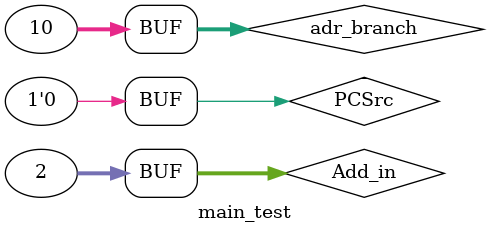
<source format=v>
`timescale 1ns / 1ps

module main_test;

   // Inputs
   reg [31:0] adr_branch;
   reg PCSrc;
   reg [31:0] Add_in;

   // Outputs
   wire [31:0] Ins_address;
   wire [31:0] Add_out;

   // parameter size = 16;

   // Instantiate the Unit Under Test (UUT)
    AddrGenerator uut(adr_branch,
                Add_in,
                Add_out,
                Ins_address,
                PCSrc);

   initial begin
      /// Initialize Inputs
      #10;
      Add_in = 2;
      adr_branch = 10;
      PCSrc = 0;
      
      #10;
      Add_in = 2;
      adr_branch = 10;
      PCSrc = 0;
      
      
      #100;

      // $readmemb("pth", 2d_reg, start_addr, end_addr);
   end

   initial begin
      $dumpfile("./addrGenerator_test.vcd");
      $dumpvars;
   end

endmodule

</source>
